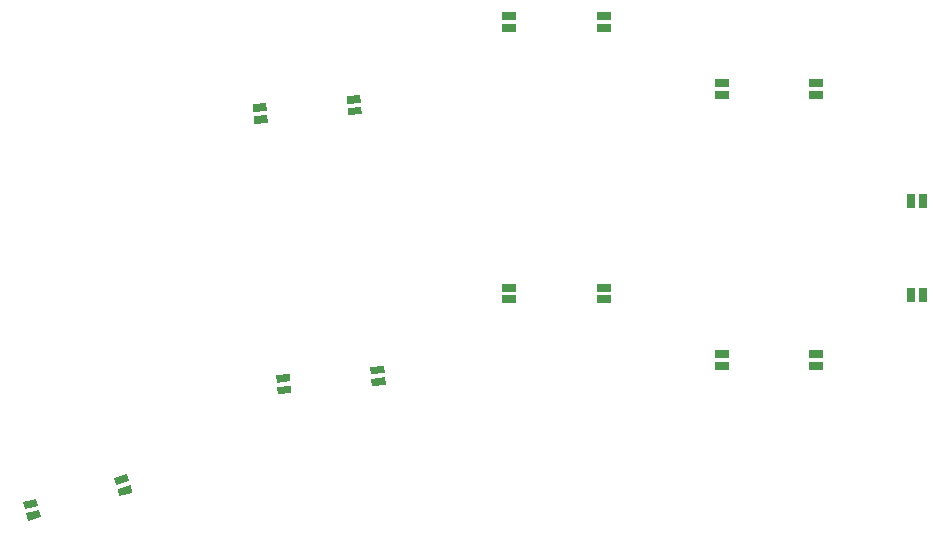
<source format=gbr>
%TF.GenerationSoftware,KiCad,Pcbnew,(5.1.10)-1*%
%TF.CreationDate,2021-07-21T18:09:40+02:00*%
%TF.ProjectId,metasepia_pfefferi_alu_bent_large,6d657461-7365-4706-9961-5f7066656666,VERSION_HERE*%
%TF.SameCoordinates,Original*%
%TF.FileFunction,Paste,Top*%
%TF.FilePolarity,Positive*%
%FSLAX46Y46*%
G04 Gerber Fmt 4.6, Leading zero omitted, Abs format (unit mm)*
G04 Created by KiCad (PCBNEW (5.1.10)-1) date 2021-07-21 18:09:40*
%MOMM*%
%LPD*%
G01*
G04 APERTURE LIST*
%ADD10C,0.100000*%
%ADD11R,1.143000X0.635000*%
%ADD12R,0.635000X1.143000*%
G04 APERTURE END LIST*
D10*
%TO.C,J1*%
G36*
X8558910Y21987804D02*
G01*
X7454856Y21691973D01*
X7290506Y22305336D01*
X8394560Y22601167D01*
X8558910Y21987804D01*
G37*
G36*
X8299894Y22954464D02*
G01*
X7195840Y22658633D01*
X7031490Y23271996D01*
X8135544Y23567827D01*
X8299894Y22954464D01*
G37*
%TD*%
%TO.C,J2*%
G36*
X16286310Y24058404D02*
G01*
X15182256Y23762573D01*
X15017906Y24375936D01*
X16121960Y24671767D01*
X16286310Y24058404D01*
G37*
G36*
X16027294Y25025064D02*
G01*
X14923240Y24729233D01*
X14758890Y25342596D01*
X15862944Y25638427D01*
X16027294Y25025064D01*
G37*
%TD*%
%TO.C,J3*%
G36*
X29742808Y32487642D02*
G01*
X28604158Y32388023D01*
X28548814Y33020606D01*
X29687464Y33120225D01*
X29742808Y32487642D01*
G37*
G36*
X29655586Y33484594D02*
G01*
X28516936Y33384975D01*
X28461592Y34017558D01*
X29600242Y34117177D01*
X29655586Y33484594D01*
G37*
%TD*%
%TO.C,J4*%
G36*
X37712408Y33184842D02*
G01*
X36573758Y33085223D01*
X36518414Y33717806D01*
X37657064Y33817425D01*
X37712408Y33184842D01*
G37*
G36*
X37625186Y34181794D02*
G01*
X36486536Y34082175D01*
X36431192Y34714758D01*
X37569842Y34814377D01*
X37625186Y34181794D01*
G37*
%TD*%
%TO.C,J5*%
G36*
X34426592Y57627258D02*
G01*
X35565242Y57726877D01*
X35620586Y57094294D01*
X34481936Y56994675D01*
X34426592Y57627258D01*
G37*
G36*
X34513814Y56630306D02*
G01*
X35652464Y56729925D01*
X35707808Y56097342D01*
X34569158Y55997723D01*
X34513814Y56630306D01*
G37*
%TD*%
%TO.C,J6*%
G36*
X26457092Y56929958D02*
G01*
X27595742Y57029577D01*
X27651086Y56396994D01*
X26512436Y56297375D01*
X26457092Y56929958D01*
G37*
G36*
X26544314Y55933006D02*
G01*
X27682964Y56032625D01*
X27738308Y55400042D01*
X26599658Y55300423D01*
X26544314Y55933006D01*
G37*
%TD*%
D11*
%TO.C,J7*%
X48174500Y40430420D03*
X48174500Y41431180D03*
%TD*%
%TO.C,J8*%
X56174500Y40430420D03*
X56174500Y41431180D03*
%TD*%
%TO.C,J9*%
X56174500Y64431180D03*
X56174500Y63430420D03*
%TD*%
%TO.C,J10*%
X48174500Y64431180D03*
X48174500Y63430420D03*
%TD*%
%TO.C,J11*%
X66174500Y34763720D03*
X66174500Y35764480D03*
%TD*%
%TO.C,J12*%
X74174500Y34763720D03*
X74174500Y35764480D03*
%TD*%
%TO.C,J13*%
X74174500Y58764480D03*
X74174500Y57763720D03*
%TD*%
%TO.C,J14*%
X66174500Y58764480D03*
X66174500Y57763720D03*
%TD*%
D12*
%TO.C,J15*%
X83174880Y40764100D03*
X82174120Y40764100D03*
%TD*%
%TO.C,J16*%
X83174880Y48764100D03*
X82174120Y48764100D03*
%TD*%
M02*

</source>
